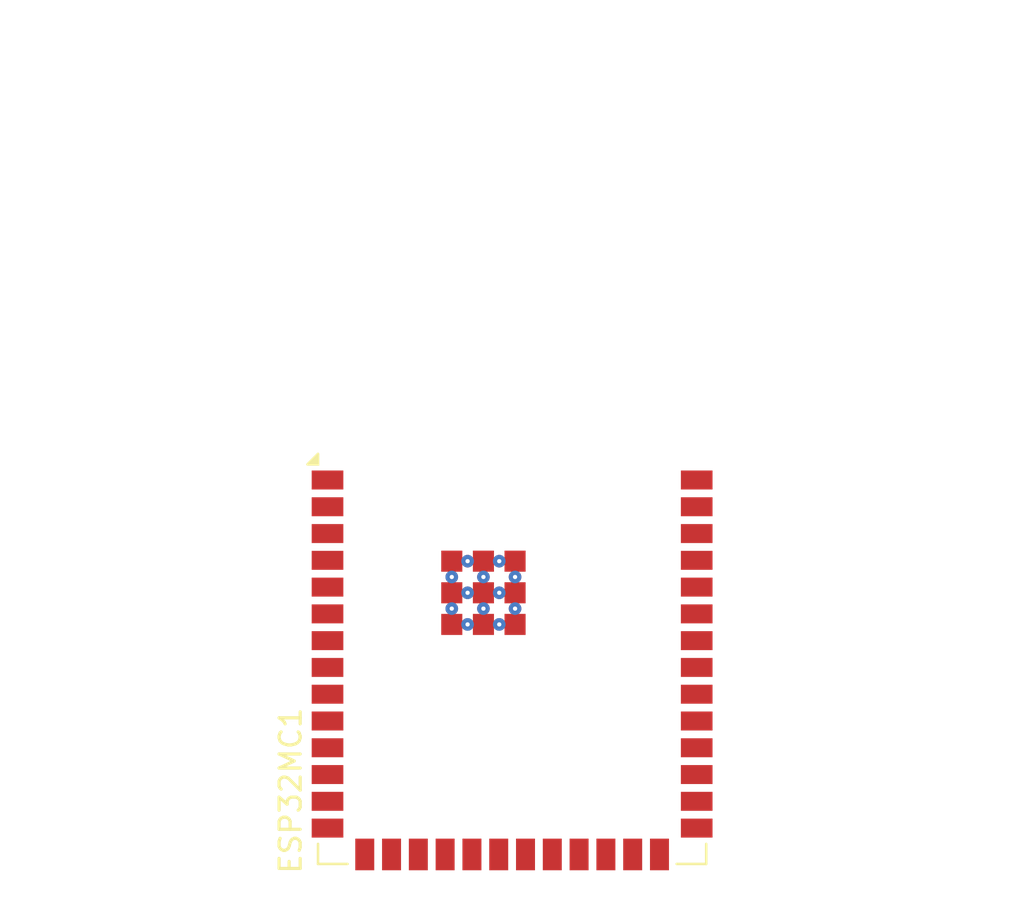
<source format=kicad_pcb>
(kicad_pcb (version 20240108) (generator "pcbnew") (generator_version "8.0")
  (layers (0 "F.Cu" signal) (31 "B.Cu" signal) (34 "B.Paste" user) (35 "F.Paste" user) (36 "B.SilkS" user "B.Silkscreen") (37 "F.SilkS" user "F.Silkscreen") (38 "B.Mask" user) (39 "F.Mask" user) (44 "Edge.Cuts" user))
  (net 0 "")
  (net 2 "Net-(ESP32MC1-GND-Pad1)")
  (net 7 "/3V3")
  (footprint "RF_Module:ESP32-S3-WROOM-2" (layer "F.Cu") (at 137.922 88.719)
    (property "Reference" "ESP32MC1" (at -10.5 13.5 90) (layer "F.SilkS") (effects (justify left)))
    (property "Value" "ESP32-S3-WROOM-2")
    (fp_line (start -9.2 12.95) (end -9.2 12) (stroke (width 0.12)) (layer "F.SilkS"))
    (fp_line (start -7.8 12.95) (end -9.2 12.95) (stroke (width 0.12)) (layer "F.SilkS"))
    (fp_line (start 7.8 12.95) (end 9.2 12.95) (stroke (width 0.12)) (layer "F.SilkS"))
    (fp_line (start 9.2 12.95) (end 9.2 12) (stroke (width 0.12)) (layer "F.SilkS"))
    (fp_poly (pts (xy -9.2 -6) (xy -9.7 -6) (xy -9.2 -6.5) (xy -9.2 -6)) (stroke (width 0.12)) (fill solid) (layer "F.SilkS"))
    (pad "1" smd rect (at -8.75 -5.26) (size 1.5 0.9) (layers "F.Cu" "F.Paste" "F.Mask") (net 2 "Net-(ESP32MC1-GND-Pad1)"))
    (pad "2" smd rect (at -8.75 -3.99) (size 1.5 0.9) (layers "F.Cu" "F.Paste" "F.Mask") (net 7 "/3V3"))
    (pad "3" smd rect (at -8.75 -2.72) (size 1.5 0.9) (layers "F.Cu" "F.Paste" "F.Mask"))
    (pad "4" smd rect (at -8.75 -1.45) (size 1.5 0.9) (layers "F.Cu" "F.Paste" "F.Mask"))
    (pad "5" smd rect (at -8.75 -0.18) (size 1.5 0.9) (layers "F.Cu" "F.Paste" "F.Mask"))
    (pad "6" smd rect (at -8.75 1.09) (size 1.5 0.9) (layers "F.Cu" "F.Paste" "F.Mask"))
    (pad "7" smd rect (at -8.75 2.36) (size 1.5 0.9) (layers "F.Cu" "F.Paste" "F.Mask"))
    (pad "8" smd rect (at -8.75 3.63) (size 1.5 0.9) (layers "F.Cu" "F.Paste" "F.Mask"))
    (pad "9" smd rect (at -8.75 4.9) (size 1.5 0.9) (layers "F.Cu" "F.Paste" "F.Mask"))
    (pad "10" smd rect (at -8.75 6.17) (size 1.5 0.9) (layers "F.Cu" "F.Paste" "F.Mask"))
    (pad "11" smd rect (at -8.75 7.44) (size 1.5 0.9) (layers "F.Cu" "F.Paste" "F.Mask"))
    (pad "12" smd rect (at -8.75 8.71) (size 1.5 0.9) (layers "F.Cu" "F.Paste" "F.Mask"))
    (pad "13" smd rect (at -8.75 9.98) (size 1.5 0.9) (layers "F.Cu" "F.Paste" "F.Mask"))
    (pad "14" smd rect (at -8.75 11.25) (size 1.5 0.9) (layers "F.Cu" "F.Paste" "F.Mask"))
    (pad "15" smd rect (at -6.985 12.5 90) (size 1.5 0.9) (layers "F.Cu" "F.Paste" "F.Mask"))
    (pad "16" smd rect (at -5.715 12.5 90) (size 1.5 0.9) (layers "F.Cu" "F.Paste" "F.Mask"))
    (pad "17" smd rect (at -4.445 12.5 90) (size 1.5 0.9) (layers "F.Cu" "F.Paste" "F.Mask"))
    (pad "18" smd rect (at -3.175 12.5 90) (size 1.5 0.9) (layers "F.Cu" "F.Paste" "F.Mask"))
    (pad "19" smd rect (at -1.905 12.5 90) (size 1.5 0.9) (layers "F.Cu" "F.Paste" "F.Mask"))
    (pad "20" smd rect (at -0.635 12.5 90) (size 1.5 0.9) (layers "F.Cu" "F.Paste" "F.Mask"))
    (pad "21" smd rect (at 0.635 12.5 90) (size 1.5 0.9) (layers "F.Cu" "F.Paste" "F.Mask"))
    (pad "22" smd rect (at 1.905 12.5 90) (size 1.5 0.9) (layers "F.Cu" "F.Paste" "F.Mask"))
    (pad "23" smd rect (at 3.175 12.5 90) (size 1.5 0.9) (layers "F.Cu" "F.Paste" "F.Mask"))
    (pad "24" smd rect (at 4.445 12.5 90) (size 1.5 0.9) (layers "F.Cu" "F.Paste" "F.Mask"))
    (pad "25" smd rect (at 5.715 12.5 90) (size 1.5 0.9) (layers "F.Cu" "F.Paste" "F.Mask"))
    (pad "26" smd rect (at 6.985 12.5 90) (size 1.5 0.9) (layers "F.Cu" "F.Paste" "F.Mask"))
    (pad "27" smd rect (at 8.75 11.25) (size 1.5 0.9) (layers "F.Cu" "F.Paste" "F.Mask"))
    (pad "28" smd rect (at 8.75 9.98) (size 1.5 0.9) (layers "F.Cu" "F.Paste" "F.Mask"))
    (pad "29" smd rect (at 8.75 8.71) (size 1.5 0.9) (layers "F.Cu" "F.Paste" "F.Mask"))
    (pad "30" smd rect (at 8.75 7.44) (size 1.5 0.9) (layers "F.Cu" "F.Paste" "F.Mask"))
    (pad "31" smd rect (at 8.75 6.17) (size 1.5 0.9) (layers "F.Cu" "F.Paste" "F.Mask"))
    (pad "32" smd rect (at 8.75 4.9) (size 1.5 0.9) (layers "F.Cu" "F.Paste" "F.Mask"))
    (pad "33" smd rect (at 8.75 3.63) (size 1.5 0.9) (layers "F.Cu" "F.Paste" "F.Mask"))
    (pad "34" smd rect (at 8.75 2.36) (size 1.5 0.9) (layers "F.Cu" "F.Paste" "F.Mask"))
    (pad "35" smd rect (at 8.75 1.09) (size 1.5 0.9) (layers "F.Cu" "F.Paste" "F.Mask"))
    (pad "36" smd rect (at 8.75 -0.18) (size 1.5 0.9) (layers "F.Cu" "F.Paste" "F.Mask"))
    (pad "37" smd rect (at 8.75 -1.45) (size 1.5 0.9) (layers "F.Cu" "F.Paste" "F.Mask"))
    (pad "38" smd rect (at 8.75 -2.72) (size 1.5 0.9) (layers "F.Cu" "F.Paste" "F.Mask"))
    (pad "39" smd rect (at 8.75 -3.99) (size 1.5 0.9) (layers "F.Cu" "F.Paste" "F.Mask"))
    (pad "40" smd rect (at 8.75 -5.26) (size 1.5 0.9) (layers "F.Cu" "F.Paste" "F.Mask") (net 2 "Net-(ESP32MC1-GND-Pad1)"))
    (pad "41" smd rect (at -2.86 -1.41) (size 1 1) (layers "F.Cu" "F.Paste" "F.Mask") (net 2 "Net-(ESP32MC1-GND-Pad1)"))
    (pad "41" thru_hole circle (at -2.86 -0.66) (size 0.6 0.6) (drill 0.2) (layers "*.Cu" "*.Mask") (net 2 "Net-(ESP32MC1-GND-Pad1)"))
    (pad "41" smd rect (at -2.86 0.09) (size 1 1) (layers "F.Cu" "F.Paste" "F.Mask") (net 2 "Net-(ESP32MC1-GND-Pad1)"))
    (pad "41" thru_hole circle (at -2.86 0.84) (size 0.6 0.6) (drill 0.2) (layers "*.Cu" "*.Mask") (net 2 "Net-(ESP32MC1-GND-Pad1)"))
    (pad "41" smd rect (at -2.86 1.59) (size 1 1) (layers "F.Cu" "F.Paste" "F.Mask") (net 2 "Net-(ESP32MC1-GND-Pad1)"))
    (pad "41" thru_hole circle (at -2.11 -1.41) (size 0.6 0.6) (drill 0.2) (layers "*.Cu" "*.Mask") (net 2 "Net-(ESP32MC1-GND-Pad1)"))
    (pad "41" thru_hole circle (at -2.11 0.09) (size 0.6 0.6) (drill 0.2) (layers "*.Cu" "*.Mask") (net 2 "Net-(ESP32MC1-GND-Pad1)"))
    (pad "41" thru_hole circle (at -2.11 1.59) (size 0.6 0.6) (drill 0.2) (layers "*.Cu" "*.Mask") (net 2 "Net-(ESP32MC1-GND-Pad1)"))
    (pad "41" smd rect (at -1.36 -1.41) (size 1 1) (layers "F.Cu" "F.Paste" "F.Mask") (net 2 "Net-(ESP32MC1-GND-Pad1)"))
    (pad "41" thru_hole circle (at -1.36 -0.66) (size 0.6 0.6) (drill 0.2) (layers "*.Cu" "*.Mask") (net 2 "Net-(ESP32MC1-GND-Pad1)"))
    (pad "41" smd rect (at -1.36 0.09) (size 1 1) (layers "F.Cu" "F.Paste" "F.Mask") (net 2 "Net-(ESP32MC1-GND-Pad1)"))
    (pad "41" thru_hole circle (at -1.36 0.84) (size 0.6 0.6) (drill 0.2) (layers "*.Cu" "*.Mask") (net 2 "Net-(ESP32MC1-GND-Pad1)"))
    (pad "41" smd rect (at -1.36 1.59) (size 1 1) (layers "F.Cu" "F.Paste" "F.Mask") (net 2 "Net-(ESP32MC1-GND-Pad1)"))
    (pad "41" thru_hole circle (at -0.61 -1.41) (size 0.6 0.6) (drill 0.2) (layers "*.Cu" "*.Mask") (net 2 "Net-(ESP32MC1-GND-Pad1)"))
    (pad "41" thru_hole circle (at -0.61 0.09) (size 0.6 0.6) (drill 0.2) (layers "*.Cu" "*.Mask") (net 2 "Net-(ESP32MC1-GND-Pad1)"))
    (pad "41" thru_hole circle (at -0.61 1.59) (size 0.6 0.6) (drill 0.2) (layers "*.Cu" "*.Mask") (net 2 "Net-(ESP32MC1-GND-Pad1)"))
    (pad "41" smd rect (at 0.14 -1.41) (size 1 1) (layers "F.Cu" "F.Paste" "F.Mask") (net 2 "Net-(ESP32MC1-GND-Pad1)"))
    (pad "41" thru_hole circle (at 0.14 -0.66) (size 0.6 0.6) (drill 0.2) (layers "*.Cu" "*.Mask") (net 2 "Net-(ESP32MC1-GND-Pad1)"))
    (pad "41" smd rect (at 0.14 0.09) (size 1 1) (layers "F.Cu" "F.Paste" "F.Mask") (net 2 "Net-(ESP32MC1-GND-Pad1)"))
    (pad "41" thru_hole circle (at 0.14 0.84) (size 0.6 0.6) (drill 0.2) (layers "*.Cu" "*.Mask") (net 2 "Net-(ESP32MC1-GND-Pad1)"))
    (pad "41" smd rect (at 0.14 1.59) (size 1 1) (layers "F.Cu" "F.Paste" "F.Mask") (net 2 "Net-(ESP32MC1-GND-Pad1)"))
  )
)
</source>
